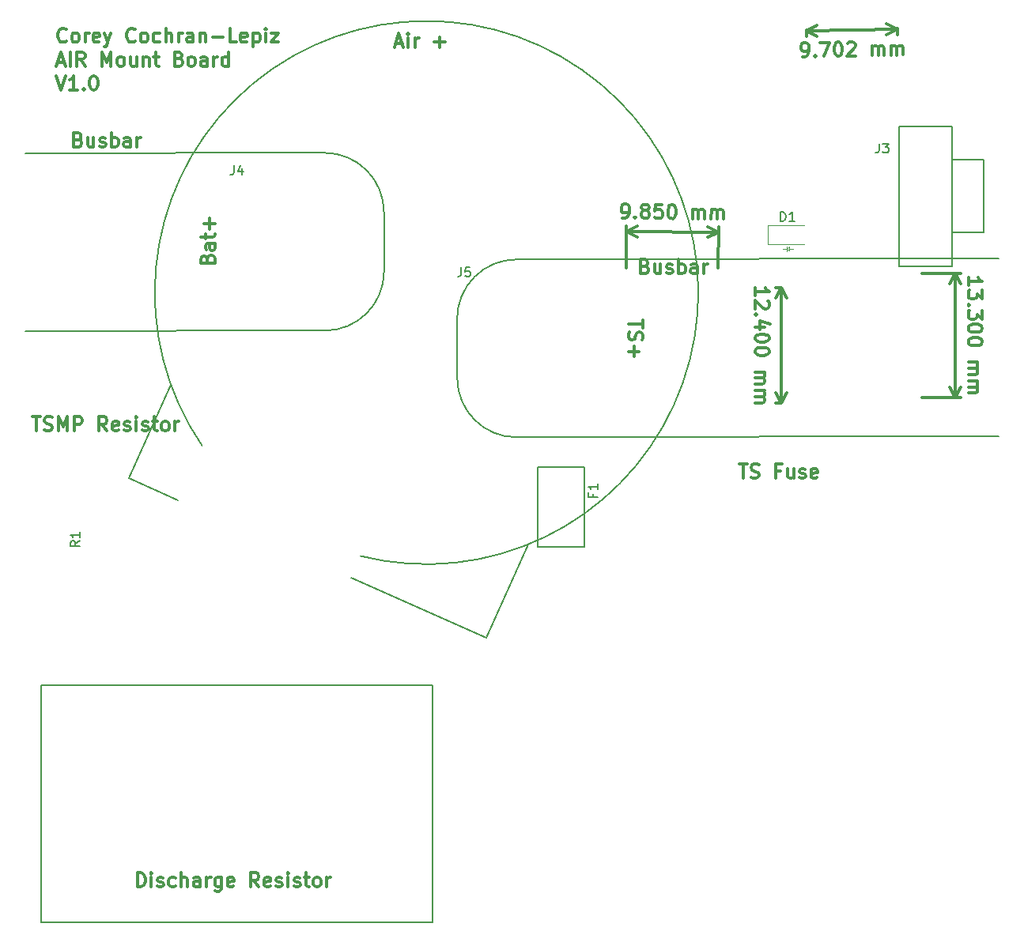
<source format=gto>
G04 #@! TF.GenerationSoftware,KiCad,Pcbnew,5.0.2-bee76a0~70~ubuntu18.04.1*
G04 #@! TF.CreationDate,2019-04-30T11:20:39-04:00*
G04 #@! TF.ProjectId,AIR_Mount_Plus,4149525f-4d6f-4756-9e74-5f506c75732e,rev?*
G04 #@! TF.SameCoordinates,Original*
G04 #@! TF.FileFunction,Legend,Top*
G04 #@! TF.FilePolarity,Positive*
%FSLAX46Y46*%
G04 Gerber Fmt 4.6, Leading zero omitted, Abs format (unit mm)*
G04 Created by KiCad (PCBNEW 5.0.2-bee76a0~70~ubuntu18.04.1) date Tue 30 Apr 2019 11:20:39 AM EDT*
%MOMM*%
%LPD*%
G01*
G04 APERTURE LIST*
%ADD10C,0.300000*%
%ADD11C,0.200000*%
%ADD12C,0.150000*%
%ADD13C,0.100000*%
%ADD14C,0.120000*%
G04 APERTURE END LIST*
D10*
X190149285Y-25975714D02*
X190077857Y-26047142D01*
X189863571Y-26118571D01*
X189720714Y-26118571D01*
X189506428Y-26047142D01*
X189363571Y-25904285D01*
X189292142Y-25761428D01*
X189220714Y-25475714D01*
X189220714Y-25261428D01*
X189292142Y-24975714D01*
X189363571Y-24832857D01*
X189506428Y-24690000D01*
X189720714Y-24618571D01*
X189863571Y-24618571D01*
X190077857Y-24690000D01*
X190149285Y-24761428D01*
X191006428Y-26118571D02*
X190863571Y-26047142D01*
X190792142Y-25975714D01*
X190720714Y-25832857D01*
X190720714Y-25404285D01*
X190792142Y-25261428D01*
X190863571Y-25190000D01*
X191006428Y-25118571D01*
X191220714Y-25118571D01*
X191363571Y-25190000D01*
X191435000Y-25261428D01*
X191506428Y-25404285D01*
X191506428Y-25832857D01*
X191435000Y-25975714D01*
X191363571Y-26047142D01*
X191220714Y-26118571D01*
X191006428Y-26118571D01*
X192149285Y-26118571D02*
X192149285Y-25118571D01*
X192149285Y-25404285D02*
X192220714Y-25261428D01*
X192292142Y-25190000D01*
X192435000Y-25118571D01*
X192577857Y-25118571D01*
X193649285Y-26047142D02*
X193506428Y-26118571D01*
X193220714Y-26118571D01*
X193077857Y-26047142D01*
X193006428Y-25904285D01*
X193006428Y-25332857D01*
X193077857Y-25190000D01*
X193220714Y-25118571D01*
X193506428Y-25118571D01*
X193649285Y-25190000D01*
X193720714Y-25332857D01*
X193720714Y-25475714D01*
X193006428Y-25618571D01*
X194220714Y-25118571D02*
X194577857Y-26118571D01*
X194935000Y-25118571D02*
X194577857Y-26118571D01*
X194435000Y-26475714D01*
X194363571Y-26547142D01*
X194220714Y-26618571D01*
X197506428Y-25975714D02*
X197435000Y-26047142D01*
X197220714Y-26118571D01*
X197077857Y-26118571D01*
X196863571Y-26047142D01*
X196720714Y-25904285D01*
X196649285Y-25761428D01*
X196577857Y-25475714D01*
X196577857Y-25261428D01*
X196649285Y-24975714D01*
X196720714Y-24832857D01*
X196863571Y-24690000D01*
X197077857Y-24618571D01*
X197220714Y-24618571D01*
X197435000Y-24690000D01*
X197506428Y-24761428D01*
X198363571Y-26118571D02*
X198220714Y-26047142D01*
X198149285Y-25975714D01*
X198077857Y-25832857D01*
X198077857Y-25404285D01*
X198149285Y-25261428D01*
X198220714Y-25190000D01*
X198363571Y-25118571D01*
X198577857Y-25118571D01*
X198720714Y-25190000D01*
X198792142Y-25261428D01*
X198863571Y-25404285D01*
X198863571Y-25832857D01*
X198792142Y-25975714D01*
X198720714Y-26047142D01*
X198577857Y-26118571D01*
X198363571Y-26118571D01*
X200149285Y-26047142D02*
X200006428Y-26118571D01*
X199720714Y-26118571D01*
X199577857Y-26047142D01*
X199506428Y-25975714D01*
X199435000Y-25832857D01*
X199435000Y-25404285D01*
X199506428Y-25261428D01*
X199577857Y-25190000D01*
X199720714Y-25118571D01*
X200006428Y-25118571D01*
X200149285Y-25190000D01*
X200792142Y-26118571D02*
X200792142Y-24618571D01*
X201435000Y-26118571D02*
X201435000Y-25332857D01*
X201363571Y-25190000D01*
X201220714Y-25118571D01*
X201006428Y-25118571D01*
X200863571Y-25190000D01*
X200792142Y-25261428D01*
X202149285Y-26118571D02*
X202149285Y-25118571D01*
X202149285Y-25404285D02*
X202220714Y-25261428D01*
X202292142Y-25190000D01*
X202435000Y-25118571D01*
X202577857Y-25118571D01*
X203720714Y-26118571D02*
X203720714Y-25332857D01*
X203649285Y-25190000D01*
X203506428Y-25118571D01*
X203220714Y-25118571D01*
X203077857Y-25190000D01*
X203720714Y-26047142D02*
X203577857Y-26118571D01*
X203220714Y-26118571D01*
X203077857Y-26047142D01*
X203006428Y-25904285D01*
X203006428Y-25761428D01*
X203077857Y-25618571D01*
X203220714Y-25547142D01*
X203577857Y-25547142D01*
X203720714Y-25475714D01*
X204435000Y-25118571D02*
X204435000Y-26118571D01*
X204435000Y-25261428D02*
X204506428Y-25190000D01*
X204649285Y-25118571D01*
X204863571Y-25118571D01*
X205006428Y-25190000D01*
X205077857Y-25332857D01*
X205077857Y-26118571D01*
X205792142Y-25547142D02*
X206935000Y-25547142D01*
X208363571Y-26118571D02*
X207649285Y-26118571D01*
X207649285Y-24618571D01*
X209435000Y-26047142D02*
X209292142Y-26118571D01*
X209006428Y-26118571D01*
X208863571Y-26047142D01*
X208792142Y-25904285D01*
X208792142Y-25332857D01*
X208863571Y-25190000D01*
X209006428Y-25118571D01*
X209292142Y-25118571D01*
X209435000Y-25190000D01*
X209506428Y-25332857D01*
X209506428Y-25475714D01*
X208792142Y-25618571D01*
X210149285Y-25118571D02*
X210149285Y-26618571D01*
X210149285Y-25190000D02*
X210292142Y-25118571D01*
X210577857Y-25118571D01*
X210720714Y-25190000D01*
X210792142Y-25261428D01*
X210863571Y-25404285D01*
X210863571Y-25832857D01*
X210792142Y-25975714D01*
X210720714Y-26047142D01*
X210577857Y-26118571D01*
X210292142Y-26118571D01*
X210149285Y-26047142D01*
X211506428Y-26118571D02*
X211506428Y-25118571D01*
X211506428Y-24618571D02*
X211435000Y-24690000D01*
X211506428Y-24761428D01*
X211577857Y-24690000D01*
X211506428Y-24618571D01*
X211506428Y-24761428D01*
X212077857Y-25118571D02*
X212863571Y-25118571D01*
X212077857Y-26118571D01*
X212863571Y-26118571D01*
X189220714Y-28240000D02*
X189935000Y-28240000D01*
X189077857Y-28668571D02*
X189577857Y-27168571D01*
X190077857Y-28668571D01*
X190577857Y-28668571D02*
X190577857Y-27168571D01*
X192149285Y-28668571D02*
X191649285Y-27954285D01*
X191292142Y-28668571D02*
X191292142Y-27168571D01*
X191863571Y-27168571D01*
X192006428Y-27240000D01*
X192077857Y-27311428D01*
X192149285Y-27454285D01*
X192149285Y-27668571D01*
X192077857Y-27811428D01*
X192006428Y-27882857D01*
X191863571Y-27954285D01*
X191292142Y-27954285D01*
X193935000Y-28668571D02*
X193935000Y-27168571D01*
X194435000Y-28240000D01*
X194935000Y-27168571D01*
X194935000Y-28668571D01*
X195863571Y-28668571D02*
X195720714Y-28597142D01*
X195649285Y-28525714D01*
X195577857Y-28382857D01*
X195577857Y-27954285D01*
X195649285Y-27811428D01*
X195720714Y-27740000D01*
X195863571Y-27668571D01*
X196077857Y-27668571D01*
X196220714Y-27740000D01*
X196292142Y-27811428D01*
X196363571Y-27954285D01*
X196363571Y-28382857D01*
X196292142Y-28525714D01*
X196220714Y-28597142D01*
X196077857Y-28668571D01*
X195863571Y-28668571D01*
X197649285Y-27668571D02*
X197649285Y-28668571D01*
X197006428Y-27668571D02*
X197006428Y-28454285D01*
X197077857Y-28597142D01*
X197220714Y-28668571D01*
X197435000Y-28668571D01*
X197577857Y-28597142D01*
X197649285Y-28525714D01*
X198363571Y-27668571D02*
X198363571Y-28668571D01*
X198363571Y-27811428D02*
X198435000Y-27740000D01*
X198577857Y-27668571D01*
X198792142Y-27668571D01*
X198935000Y-27740000D01*
X199006428Y-27882857D01*
X199006428Y-28668571D01*
X199506428Y-27668571D02*
X200077857Y-27668571D01*
X199720714Y-27168571D02*
X199720714Y-28454285D01*
X199792142Y-28597142D01*
X199935000Y-28668571D01*
X200077857Y-28668571D01*
X202220714Y-27882857D02*
X202435000Y-27954285D01*
X202506428Y-28025714D01*
X202577857Y-28168571D01*
X202577857Y-28382857D01*
X202506428Y-28525714D01*
X202435000Y-28597142D01*
X202292142Y-28668571D01*
X201720714Y-28668571D01*
X201720714Y-27168571D01*
X202220714Y-27168571D01*
X202363571Y-27240000D01*
X202435000Y-27311428D01*
X202506428Y-27454285D01*
X202506428Y-27597142D01*
X202435000Y-27740000D01*
X202363571Y-27811428D01*
X202220714Y-27882857D01*
X201720714Y-27882857D01*
X203435000Y-28668571D02*
X203292142Y-28597142D01*
X203220714Y-28525714D01*
X203149285Y-28382857D01*
X203149285Y-27954285D01*
X203220714Y-27811428D01*
X203292142Y-27740000D01*
X203435000Y-27668571D01*
X203649285Y-27668571D01*
X203792142Y-27740000D01*
X203863571Y-27811428D01*
X203935000Y-27954285D01*
X203935000Y-28382857D01*
X203863571Y-28525714D01*
X203792142Y-28597142D01*
X203649285Y-28668571D01*
X203435000Y-28668571D01*
X205220714Y-28668571D02*
X205220714Y-27882857D01*
X205149285Y-27740000D01*
X205006428Y-27668571D01*
X204720714Y-27668571D01*
X204577857Y-27740000D01*
X205220714Y-28597142D02*
X205077857Y-28668571D01*
X204720714Y-28668571D01*
X204577857Y-28597142D01*
X204506428Y-28454285D01*
X204506428Y-28311428D01*
X204577857Y-28168571D01*
X204720714Y-28097142D01*
X205077857Y-28097142D01*
X205220714Y-28025714D01*
X205935000Y-28668571D02*
X205935000Y-27668571D01*
X205935000Y-27954285D02*
X206006428Y-27811428D01*
X206077857Y-27740000D01*
X206220714Y-27668571D01*
X206363571Y-27668571D01*
X207506428Y-28668571D02*
X207506428Y-27168571D01*
X207506428Y-28597142D02*
X207363571Y-28668571D01*
X207077857Y-28668571D01*
X206935000Y-28597142D01*
X206863571Y-28525714D01*
X206792142Y-28382857D01*
X206792142Y-27954285D01*
X206863571Y-27811428D01*
X206935000Y-27740000D01*
X207077857Y-27668571D01*
X207363571Y-27668571D01*
X207506428Y-27740000D01*
X189077857Y-29718571D02*
X189577857Y-31218571D01*
X190077857Y-29718571D01*
X191363571Y-31218571D02*
X190506428Y-31218571D01*
X190935000Y-31218571D02*
X190935000Y-29718571D01*
X190792142Y-29932857D01*
X190649285Y-30075714D01*
X190506428Y-30147142D01*
X192006428Y-31075714D02*
X192077857Y-31147142D01*
X192006428Y-31218571D01*
X191935000Y-31147142D01*
X192006428Y-31075714D01*
X192006428Y-31218571D01*
X193006428Y-29718571D02*
X193149285Y-29718571D01*
X193292142Y-29790000D01*
X193363571Y-29861428D01*
X193435000Y-30004285D01*
X193506428Y-30290000D01*
X193506428Y-30647142D01*
X193435000Y-30932857D01*
X193363571Y-31075714D01*
X193292142Y-31147142D01*
X193149285Y-31218571D01*
X193006428Y-31218571D01*
X192863571Y-31147142D01*
X192792142Y-31075714D01*
X192720714Y-30932857D01*
X192649285Y-30647142D01*
X192649285Y-30290000D01*
X192720714Y-30004285D01*
X192792142Y-29861428D01*
X192863571Y-29790000D01*
X193006428Y-29718571D01*
X262164285Y-71328571D02*
X263021428Y-71328571D01*
X262592857Y-72828571D02*
X262592857Y-71328571D01*
X263450000Y-72757142D02*
X263664285Y-72828571D01*
X264021428Y-72828571D01*
X264164285Y-72757142D01*
X264235714Y-72685714D01*
X264307142Y-72542857D01*
X264307142Y-72400000D01*
X264235714Y-72257142D01*
X264164285Y-72185714D01*
X264021428Y-72114285D01*
X263735714Y-72042857D01*
X263592857Y-71971428D01*
X263521428Y-71900000D01*
X263450000Y-71757142D01*
X263450000Y-71614285D01*
X263521428Y-71471428D01*
X263592857Y-71400000D01*
X263735714Y-71328571D01*
X264092857Y-71328571D01*
X264307142Y-71400000D01*
X266592857Y-72042857D02*
X266092857Y-72042857D01*
X266092857Y-72828571D02*
X266092857Y-71328571D01*
X266807142Y-71328571D01*
X268021428Y-71828571D02*
X268021428Y-72828571D01*
X267378571Y-71828571D02*
X267378571Y-72614285D01*
X267450000Y-72757142D01*
X267592857Y-72828571D01*
X267807142Y-72828571D01*
X267950000Y-72757142D01*
X268021428Y-72685714D01*
X268664285Y-72757142D02*
X268807142Y-72828571D01*
X269092857Y-72828571D01*
X269235714Y-72757142D01*
X269307142Y-72614285D01*
X269307142Y-72542857D01*
X269235714Y-72400000D01*
X269092857Y-72328571D01*
X268878571Y-72328571D01*
X268735714Y-72257142D01*
X268664285Y-72114285D01*
X268664285Y-72042857D01*
X268735714Y-71900000D01*
X268878571Y-71828571D01*
X269092857Y-71828571D01*
X269235714Y-71900000D01*
X270521428Y-72757142D02*
X270378571Y-72828571D01*
X270092857Y-72828571D01*
X269950000Y-72757142D01*
X269878571Y-72614285D01*
X269878571Y-72042857D01*
X269950000Y-71900000D01*
X270092857Y-71828571D01*
X270378571Y-71828571D01*
X270521428Y-71900000D01*
X270592857Y-72042857D01*
X270592857Y-72185714D01*
X269878571Y-72328571D01*
X186492857Y-66253571D02*
X187350000Y-66253571D01*
X186921428Y-67753571D02*
X186921428Y-66253571D01*
X187778571Y-67682142D02*
X187992857Y-67753571D01*
X188350000Y-67753571D01*
X188492857Y-67682142D01*
X188564285Y-67610714D01*
X188635714Y-67467857D01*
X188635714Y-67325000D01*
X188564285Y-67182142D01*
X188492857Y-67110714D01*
X188350000Y-67039285D01*
X188064285Y-66967857D01*
X187921428Y-66896428D01*
X187850000Y-66825000D01*
X187778571Y-66682142D01*
X187778571Y-66539285D01*
X187850000Y-66396428D01*
X187921428Y-66325000D01*
X188064285Y-66253571D01*
X188421428Y-66253571D01*
X188635714Y-66325000D01*
X189278571Y-67753571D02*
X189278571Y-66253571D01*
X189778571Y-67325000D01*
X190278571Y-66253571D01*
X190278571Y-67753571D01*
X190992857Y-67753571D02*
X190992857Y-66253571D01*
X191564285Y-66253571D01*
X191707142Y-66325000D01*
X191778571Y-66396428D01*
X191850000Y-66539285D01*
X191850000Y-66753571D01*
X191778571Y-66896428D01*
X191707142Y-66967857D01*
X191564285Y-67039285D01*
X190992857Y-67039285D01*
X194492857Y-67753571D02*
X193992857Y-67039285D01*
X193635714Y-67753571D02*
X193635714Y-66253571D01*
X194207142Y-66253571D01*
X194350000Y-66325000D01*
X194421428Y-66396428D01*
X194492857Y-66539285D01*
X194492857Y-66753571D01*
X194421428Y-66896428D01*
X194350000Y-66967857D01*
X194207142Y-67039285D01*
X193635714Y-67039285D01*
X195707142Y-67682142D02*
X195564285Y-67753571D01*
X195278571Y-67753571D01*
X195135714Y-67682142D01*
X195064285Y-67539285D01*
X195064285Y-66967857D01*
X195135714Y-66825000D01*
X195278571Y-66753571D01*
X195564285Y-66753571D01*
X195707142Y-66825000D01*
X195778571Y-66967857D01*
X195778571Y-67110714D01*
X195064285Y-67253571D01*
X196350000Y-67682142D02*
X196492857Y-67753571D01*
X196778571Y-67753571D01*
X196921428Y-67682142D01*
X196992857Y-67539285D01*
X196992857Y-67467857D01*
X196921428Y-67325000D01*
X196778571Y-67253571D01*
X196564285Y-67253571D01*
X196421428Y-67182142D01*
X196350000Y-67039285D01*
X196350000Y-66967857D01*
X196421428Y-66825000D01*
X196564285Y-66753571D01*
X196778571Y-66753571D01*
X196921428Y-66825000D01*
X197635714Y-67753571D02*
X197635714Y-66753571D01*
X197635714Y-66253571D02*
X197564285Y-66325000D01*
X197635714Y-66396428D01*
X197707142Y-66325000D01*
X197635714Y-66253571D01*
X197635714Y-66396428D01*
X198278571Y-67682142D02*
X198421428Y-67753571D01*
X198707142Y-67753571D01*
X198850000Y-67682142D01*
X198921428Y-67539285D01*
X198921428Y-67467857D01*
X198850000Y-67325000D01*
X198707142Y-67253571D01*
X198492857Y-67253571D01*
X198350000Y-67182142D01*
X198278571Y-67039285D01*
X198278571Y-66967857D01*
X198350000Y-66825000D01*
X198492857Y-66753571D01*
X198707142Y-66753571D01*
X198850000Y-66825000D01*
X199350000Y-66753571D02*
X199921428Y-66753571D01*
X199564285Y-66253571D02*
X199564285Y-67539285D01*
X199635714Y-67682142D01*
X199778571Y-67753571D01*
X199921428Y-67753571D01*
X200635714Y-67753571D02*
X200492857Y-67682142D01*
X200421428Y-67610714D01*
X200350000Y-67467857D01*
X200350000Y-67039285D01*
X200421428Y-66896428D01*
X200492857Y-66825000D01*
X200635714Y-66753571D01*
X200850000Y-66753571D01*
X200992857Y-66825000D01*
X201064285Y-66896428D01*
X201135714Y-67039285D01*
X201135714Y-67467857D01*
X201064285Y-67610714D01*
X200992857Y-67682142D01*
X200850000Y-67753571D01*
X200635714Y-67753571D01*
X201778571Y-67753571D02*
X201778571Y-66753571D01*
X201778571Y-67039285D02*
X201850000Y-66896428D01*
X201921428Y-66825000D01*
X202064285Y-66753571D01*
X202207142Y-66753571D01*
X197750000Y-116603571D02*
X197750000Y-115103571D01*
X198107142Y-115103571D01*
X198321428Y-115175000D01*
X198464285Y-115317857D01*
X198535714Y-115460714D01*
X198607142Y-115746428D01*
X198607142Y-115960714D01*
X198535714Y-116246428D01*
X198464285Y-116389285D01*
X198321428Y-116532142D01*
X198107142Y-116603571D01*
X197750000Y-116603571D01*
X199250000Y-116603571D02*
X199250000Y-115603571D01*
X199250000Y-115103571D02*
X199178571Y-115175000D01*
X199250000Y-115246428D01*
X199321428Y-115175000D01*
X199250000Y-115103571D01*
X199250000Y-115246428D01*
X199892857Y-116532142D02*
X200035714Y-116603571D01*
X200321428Y-116603571D01*
X200464285Y-116532142D01*
X200535714Y-116389285D01*
X200535714Y-116317857D01*
X200464285Y-116175000D01*
X200321428Y-116103571D01*
X200107142Y-116103571D01*
X199964285Y-116032142D01*
X199892857Y-115889285D01*
X199892857Y-115817857D01*
X199964285Y-115675000D01*
X200107142Y-115603571D01*
X200321428Y-115603571D01*
X200464285Y-115675000D01*
X201821428Y-116532142D02*
X201678571Y-116603571D01*
X201392857Y-116603571D01*
X201250000Y-116532142D01*
X201178571Y-116460714D01*
X201107142Y-116317857D01*
X201107142Y-115889285D01*
X201178571Y-115746428D01*
X201250000Y-115675000D01*
X201392857Y-115603571D01*
X201678571Y-115603571D01*
X201821428Y-115675000D01*
X202464285Y-116603571D02*
X202464285Y-115103571D01*
X203107142Y-116603571D02*
X203107142Y-115817857D01*
X203035714Y-115675000D01*
X202892857Y-115603571D01*
X202678571Y-115603571D01*
X202535714Y-115675000D01*
X202464285Y-115746428D01*
X204464285Y-116603571D02*
X204464285Y-115817857D01*
X204392857Y-115675000D01*
X204250000Y-115603571D01*
X203964285Y-115603571D01*
X203821428Y-115675000D01*
X204464285Y-116532142D02*
X204321428Y-116603571D01*
X203964285Y-116603571D01*
X203821428Y-116532142D01*
X203750000Y-116389285D01*
X203750000Y-116246428D01*
X203821428Y-116103571D01*
X203964285Y-116032142D01*
X204321428Y-116032142D01*
X204464285Y-115960714D01*
X205178571Y-116603571D02*
X205178571Y-115603571D01*
X205178571Y-115889285D02*
X205250000Y-115746428D01*
X205321428Y-115675000D01*
X205464285Y-115603571D01*
X205607142Y-115603571D01*
X206750000Y-115603571D02*
X206750000Y-116817857D01*
X206678571Y-116960714D01*
X206607142Y-117032142D01*
X206464285Y-117103571D01*
X206250000Y-117103571D01*
X206107142Y-117032142D01*
X206750000Y-116532142D02*
X206607142Y-116603571D01*
X206321428Y-116603571D01*
X206178571Y-116532142D01*
X206107142Y-116460714D01*
X206035714Y-116317857D01*
X206035714Y-115889285D01*
X206107142Y-115746428D01*
X206178571Y-115675000D01*
X206321428Y-115603571D01*
X206607142Y-115603571D01*
X206750000Y-115675000D01*
X208035714Y-116532142D02*
X207892857Y-116603571D01*
X207607142Y-116603571D01*
X207464285Y-116532142D01*
X207392857Y-116389285D01*
X207392857Y-115817857D01*
X207464285Y-115675000D01*
X207607142Y-115603571D01*
X207892857Y-115603571D01*
X208035714Y-115675000D01*
X208107142Y-115817857D01*
X208107142Y-115960714D01*
X207392857Y-116103571D01*
X210750000Y-116603571D02*
X210250000Y-115889285D01*
X209892857Y-116603571D02*
X209892857Y-115103571D01*
X210464285Y-115103571D01*
X210607142Y-115175000D01*
X210678571Y-115246428D01*
X210750000Y-115389285D01*
X210750000Y-115603571D01*
X210678571Y-115746428D01*
X210607142Y-115817857D01*
X210464285Y-115889285D01*
X209892857Y-115889285D01*
X211964285Y-116532142D02*
X211821428Y-116603571D01*
X211535714Y-116603571D01*
X211392857Y-116532142D01*
X211321428Y-116389285D01*
X211321428Y-115817857D01*
X211392857Y-115675000D01*
X211535714Y-115603571D01*
X211821428Y-115603571D01*
X211964285Y-115675000D01*
X212035714Y-115817857D01*
X212035714Y-115960714D01*
X211321428Y-116103571D01*
X212607142Y-116532142D02*
X212750000Y-116603571D01*
X213035714Y-116603571D01*
X213178571Y-116532142D01*
X213250000Y-116389285D01*
X213250000Y-116317857D01*
X213178571Y-116175000D01*
X213035714Y-116103571D01*
X212821428Y-116103571D01*
X212678571Y-116032142D01*
X212607142Y-115889285D01*
X212607142Y-115817857D01*
X212678571Y-115675000D01*
X212821428Y-115603571D01*
X213035714Y-115603571D01*
X213178571Y-115675000D01*
X213892857Y-116603571D02*
X213892857Y-115603571D01*
X213892857Y-115103571D02*
X213821428Y-115175000D01*
X213892857Y-115246428D01*
X213964285Y-115175000D01*
X213892857Y-115103571D01*
X213892857Y-115246428D01*
X214535714Y-116532142D02*
X214678571Y-116603571D01*
X214964285Y-116603571D01*
X215107142Y-116532142D01*
X215178571Y-116389285D01*
X215178571Y-116317857D01*
X215107142Y-116175000D01*
X214964285Y-116103571D01*
X214750000Y-116103571D01*
X214607142Y-116032142D01*
X214535714Y-115889285D01*
X214535714Y-115817857D01*
X214607142Y-115675000D01*
X214750000Y-115603571D01*
X214964285Y-115603571D01*
X215107142Y-115675000D01*
X215607142Y-115603571D02*
X216178571Y-115603571D01*
X215821428Y-115103571D02*
X215821428Y-116389285D01*
X215892857Y-116532142D01*
X216035714Y-116603571D01*
X216178571Y-116603571D01*
X216892857Y-116603571D02*
X216750000Y-116532142D01*
X216678571Y-116460714D01*
X216607142Y-116317857D01*
X216607142Y-115889285D01*
X216678571Y-115746428D01*
X216750000Y-115675000D01*
X216892857Y-115603571D01*
X217107142Y-115603571D01*
X217250000Y-115675000D01*
X217321428Y-115746428D01*
X217392857Y-115889285D01*
X217392857Y-116317857D01*
X217321428Y-116460714D01*
X217250000Y-116532142D01*
X217107142Y-116603571D01*
X216892857Y-116603571D01*
X218035714Y-116603571D02*
X218035714Y-115603571D01*
X218035714Y-115889285D02*
X218107142Y-115746428D01*
X218178571Y-115675000D01*
X218321428Y-115603571D01*
X218464285Y-115603571D01*
X251846428Y-55878571D02*
X251846428Y-56735714D01*
X250346428Y-56307142D02*
X251846428Y-56307142D01*
X250417857Y-57164285D02*
X250346428Y-57378571D01*
X250346428Y-57735714D01*
X250417857Y-57878571D01*
X250489285Y-57950000D01*
X250632142Y-58021428D01*
X250775000Y-58021428D01*
X250917857Y-57950000D01*
X250989285Y-57878571D01*
X251060714Y-57735714D01*
X251132142Y-57450000D01*
X251203571Y-57307142D01*
X251275000Y-57235714D01*
X251417857Y-57164285D01*
X251560714Y-57164285D01*
X251703571Y-57235714D01*
X251775000Y-57307142D01*
X251846428Y-57450000D01*
X251846428Y-57807142D01*
X251775000Y-58021428D01*
X250917857Y-58664285D02*
X250917857Y-59807142D01*
X250346428Y-59235714D02*
X251489285Y-59235714D01*
X205242857Y-49328571D02*
X205314285Y-49114285D01*
X205385714Y-49042857D01*
X205528571Y-48971428D01*
X205742857Y-48971428D01*
X205885714Y-49042857D01*
X205957142Y-49114285D01*
X206028571Y-49257142D01*
X206028571Y-49828571D01*
X204528571Y-49828571D01*
X204528571Y-49328571D01*
X204600000Y-49185714D01*
X204671428Y-49114285D01*
X204814285Y-49042857D01*
X204957142Y-49042857D01*
X205100000Y-49114285D01*
X205171428Y-49185714D01*
X205242857Y-49328571D01*
X205242857Y-49828571D01*
X206028571Y-47685714D02*
X205242857Y-47685714D01*
X205100000Y-47757142D01*
X205028571Y-47900000D01*
X205028571Y-48185714D01*
X205100000Y-48328571D01*
X205957142Y-47685714D02*
X206028571Y-47828571D01*
X206028571Y-48185714D01*
X205957142Y-48328571D01*
X205814285Y-48400000D01*
X205671428Y-48400000D01*
X205528571Y-48328571D01*
X205457142Y-48185714D01*
X205457142Y-47828571D01*
X205385714Y-47685714D01*
X205028571Y-47185714D02*
X205028571Y-46614285D01*
X204528571Y-46971428D02*
X205814285Y-46971428D01*
X205957142Y-46900000D01*
X206028571Y-46757142D01*
X206028571Y-46614285D01*
X205457142Y-46114285D02*
X205457142Y-44971428D01*
X206028571Y-45542857D02*
X204885714Y-45542857D01*
X225396428Y-26250000D02*
X226110714Y-26250000D01*
X225253571Y-26678571D02*
X225753571Y-25178571D01*
X226253571Y-26678571D01*
X226753571Y-26678571D02*
X226753571Y-25678571D01*
X226753571Y-25178571D02*
X226682142Y-25250000D01*
X226753571Y-25321428D01*
X226825000Y-25250000D01*
X226753571Y-25178571D01*
X226753571Y-25321428D01*
X227467857Y-26678571D02*
X227467857Y-25678571D01*
X227467857Y-25964285D02*
X227539285Y-25821428D01*
X227610714Y-25750000D01*
X227753571Y-25678571D01*
X227896428Y-25678571D01*
X229539285Y-26107142D02*
X230682142Y-26107142D01*
X230110714Y-26678571D02*
X230110714Y-25535714D01*
X252125000Y-50117857D02*
X252339285Y-50189285D01*
X252410714Y-50260714D01*
X252482142Y-50403571D01*
X252482142Y-50617857D01*
X252410714Y-50760714D01*
X252339285Y-50832142D01*
X252196428Y-50903571D01*
X251625000Y-50903571D01*
X251625000Y-49403571D01*
X252125000Y-49403571D01*
X252267857Y-49475000D01*
X252339285Y-49546428D01*
X252410714Y-49689285D01*
X252410714Y-49832142D01*
X252339285Y-49975000D01*
X252267857Y-50046428D01*
X252125000Y-50117857D01*
X251625000Y-50117857D01*
X253767857Y-49903571D02*
X253767857Y-50903571D01*
X253125000Y-49903571D02*
X253125000Y-50689285D01*
X253196428Y-50832142D01*
X253339285Y-50903571D01*
X253553571Y-50903571D01*
X253696428Y-50832142D01*
X253767857Y-50760714D01*
X254410714Y-50832142D02*
X254553571Y-50903571D01*
X254839285Y-50903571D01*
X254982142Y-50832142D01*
X255053571Y-50689285D01*
X255053571Y-50617857D01*
X254982142Y-50475000D01*
X254839285Y-50403571D01*
X254625000Y-50403571D01*
X254482142Y-50332142D01*
X254410714Y-50189285D01*
X254410714Y-50117857D01*
X254482142Y-49975000D01*
X254625000Y-49903571D01*
X254839285Y-49903571D01*
X254982142Y-49975000D01*
X255696428Y-50903571D02*
X255696428Y-49403571D01*
X255696428Y-49975000D02*
X255839285Y-49903571D01*
X256125000Y-49903571D01*
X256267857Y-49975000D01*
X256339285Y-50046428D01*
X256410714Y-50189285D01*
X256410714Y-50617857D01*
X256339285Y-50760714D01*
X256267857Y-50832142D01*
X256125000Y-50903571D01*
X255839285Y-50903571D01*
X255696428Y-50832142D01*
X257696428Y-50903571D02*
X257696428Y-50117857D01*
X257625000Y-49975000D01*
X257482142Y-49903571D01*
X257196428Y-49903571D01*
X257053571Y-49975000D01*
X257696428Y-50832142D02*
X257553571Y-50903571D01*
X257196428Y-50903571D01*
X257053571Y-50832142D01*
X256982142Y-50689285D01*
X256982142Y-50546428D01*
X257053571Y-50403571D01*
X257196428Y-50332142D01*
X257553571Y-50332142D01*
X257696428Y-50260714D01*
X258410714Y-50903571D02*
X258410714Y-49903571D01*
X258410714Y-50189285D02*
X258482142Y-50046428D01*
X258553571Y-49975000D01*
X258696428Y-49903571D01*
X258839285Y-49903571D01*
X191425000Y-36542857D02*
X191639285Y-36614285D01*
X191710714Y-36685714D01*
X191782142Y-36828571D01*
X191782142Y-37042857D01*
X191710714Y-37185714D01*
X191639285Y-37257142D01*
X191496428Y-37328571D01*
X190925000Y-37328571D01*
X190925000Y-35828571D01*
X191425000Y-35828571D01*
X191567857Y-35900000D01*
X191639285Y-35971428D01*
X191710714Y-36114285D01*
X191710714Y-36257142D01*
X191639285Y-36400000D01*
X191567857Y-36471428D01*
X191425000Y-36542857D01*
X190925000Y-36542857D01*
X193067857Y-36328571D02*
X193067857Y-37328571D01*
X192425000Y-36328571D02*
X192425000Y-37114285D01*
X192496428Y-37257142D01*
X192639285Y-37328571D01*
X192853571Y-37328571D01*
X192996428Y-37257142D01*
X193067857Y-37185714D01*
X193710714Y-37257142D02*
X193853571Y-37328571D01*
X194139285Y-37328571D01*
X194282142Y-37257142D01*
X194353571Y-37114285D01*
X194353571Y-37042857D01*
X194282142Y-36900000D01*
X194139285Y-36828571D01*
X193925000Y-36828571D01*
X193782142Y-36757142D01*
X193710714Y-36614285D01*
X193710714Y-36542857D01*
X193782142Y-36400000D01*
X193925000Y-36328571D01*
X194139285Y-36328571D01*
X194282142Y-36400000D01*
X194996428Y-37328571D02*
X194996428Y-35828571D01*
X194996428Y-36400000D02*
X195139285Y-36328571D01*
X195425000Y-36328571D01*
X195567857Y-36400000D01*
X195639285Y-36471428D01*
X195710714Y-36614285D01*
X195710714Y-37042857D01*
X195639285Y-37185714D01*
X195567857Y-37257142D01*
X195425000Y-37328571D01*
X195139285Y-37328571D01*
X194996428Y-37257142D01*
X196996428Y-37328571D02*
X196996428Y-36542857D01*
X196925000Y-36400000D01*
X196782142Y-36328571D01*
X196496428Y-36328571D01*
X196353571Y-36400000D01*
X196996428Y-37257142D02*
X196853571Y-37328571D01*
X196496428Y-37328571D01*
X196353571Y-37257142D01*
X196282142Y-37114285D01*
X196282142Y-36971428D01*
X196353571Y-36828571D01*
X196496428Y-36757142D01*
X196853571Y-36757142D01*
X196996428Y-36685714D01*
X197710714Y-37328571D02*
X197710714Y-36328571D01*
X197710714Y-36614285D02*
X197782142Y-36471428D01*
X197853571Y-36400000D01*
X197996428Y-36328571D01*
X198139285Y-36328571D01*
X263896428Y-53242857D02*
X263896428Y-52385714D01*
X263896428Y-52814285D02*
X265396428Y-52814285D01*
X265182142Y-52671428D01*
X265039285Y-52528571D01*
X264967857Y-52385714D01*
X265253571Y-53814285D02*
X265325000Y-53885714D01*
X265396428Y-54028571D01*
X265396428Y-54385714D01*
X265325000Y-54528571D01*
X265253571Y-54600000D01*
X265110714Y-54671428D01*
X264967857Y-54671428D01*
X264753571Y-54600000D01*
X263896428Y-53742857D01*
X263896428Y-54671428D01*
X264039285Y-55314285D02*
X263967857Y-55385714D01*
X263896428Y-55314285D01*
X263967857Y-55242857D01*
X264039285Y-55314285D01*
X263896428Y-55314285D01*
X264896428Y-56671428D02*
X263896428Y-56671428D01*
X265467857Y-56314285D02*
X264396428Y-55957142D01*
X264396428Y-56885714D01*
X265396428Y-57742857D02*
X265396428Y-57885714D01*
X265325000Y-58028571D01*
X265253571Y-58100000D01*
X265110714Y-58171428D01*
X264825000Y-58242857D01*
X264467857Y-58242857D01*
X264182142Y-58171428D01*
X264039285Y-58100000D01*
X263967857Y-58028571D01*
X263896428Y-57885714D01*
X263896428Y-57742857D01*
X263967857Y-57600000D01*
X264039285Y-57528571D01*
X264182142Y-57457142D01*
X264467857Y-57385714D01*
X264825000Y-57385714D01*
X265110714Y-57457142D01*
X265253571Y-57528571D01*
X265325000Y-57600000D01*
X265396428Y-57742857D01*
X265396428Y-59171428D02*
X265396428Y-59314285D01*
X265325000Y-59457142D01*
X265253571Y-59528571D01*
X265110714Y-59600000D01*
X264825000Y-59671428D01*
X264467857Y-59671428D01*
X264182142Y-59600000D01*
X264039285Y-59528571D01*
X263967857Y-59457142D01*
X263896428Y-59314285D01*
X263896428Y-59171428D01*
X263967857Y-59028571D01*
X264039285Y-58957142D01*
X264182142Y-58885714D01*
X264467857Y-58814285D01*
X264825000Y-58814285D01*
X265110714Y-58885714D01*
X265253571Y-58957142D01*
X265325000Y-59028571D01*
X265396428Y-59171428D01*
X263896428Y-61457142D02*
X264896428Y-61457142D01*
X264753571Y-61457142D02*
X264825000Y-61528571D01*
X264896428Y-61671428D01*
X264896428Y-61885714D01*
X264825000Y-62028571D01*
X264682142Y-62100000D01*
X263896428Y-62100000D01*
X264682142Y-62100000D02*
X264825000Y-62171428D01*
X264896428Y-62314285D01*
X264896428Y-62528571D01*
X264825000Y-62671428D01*
X264682142Y-62742857D01*
X263896428Y-62742857D01*
X263896428Y-63457142D02*
X264896428Y-63457142D01*
X264753571Y-63457142D02*
X264825000Y-63528571D01*
X264896428Y-63671428D01*
X264896428Y-63885714D01*
X264825000Y-64028571D01*
X264682142Y-64100000D01*
X263896428Y-64100000D01*
X264682142Y-64100000D02*
X264825000Y-64171428D01*
X264896428Y-64314285D01*
X264896428Y-64528571D01*
X264825000Y-64671428D01*
X264682142Y-64742857D01*
X263896428Y-64742857D01*
X266675000Y-52400000D02*
X266675000Y-64800000D01*
X266675000Y-52400000D02*
X266088579Y-52400000D01*
X266675000Y-64800000D02*
X266088579Y-64800000D01*
X266675000Y-64800000D02*
X266088579Y-63673496D01*
X266675000Y-64800000D02*
X267261421Y-63673496D01*
X266675000Y-52400000D02*
X266088579Y-53526504D01*
X266675000Y-52400000D02*
X267261421Y-53526504D01*
X249694812Y-44976116D02*
X249980523Y-44977566D01*
X250123741Y-44906864D01*
X250195531Y-44835799D01*
X250339474Y-44622241D01*
X250412352Y-44336893D01*
X250415252Y-43765472D01*
X250344550Y-43622254D01*
X250273485Y-43550464D01*
X250130992Y-43478311D01*
X249845282Y-43476860D01*
X249702064Y-43547563D01*
X249630273Y-43618628D01*
X249558121Y-43761121D01*
X249556308Y-44118259D01*
X249627010Y-44261477D01*
X249698075Y-44333267D01*
X249840568Y-44405420D01*
X250126279Y-44406870D01*
X250269497Y-44336168D01*
X250341287Y-44265103D01*
X250413440Y-44122610D01*
X251052663Y-44840150D02*
X251123728Y-44911940D01*
X251051938Y-44983005D01*
X250980872Y-44911215D01*
X251052663Y-44840150D01*
X251051938Y-44983005D01*
X251984848Y-44130587D02*
X251842355Y-44058434D01*
X251771290Y-43986644D01*
X251700588Y-43843426D01*
X251700950Y-43771998D01*
X251773103Y-43629505D01*
X251844893Y-43558440D01*
X251988111Y-43487738D01*
X252273822Y-43489188D01*
X252416314Y-43561341D01*
X252487380Y-43633131D01*
X252558082Y-43776349D01*
X252557719Y-43847777D01*
X252485567Y-43990269D01*
X252413776Y-44061334D01*
X252270559Y-44132037D01*
X251984848Y-44130587D01*
X251841630Y-44201289D01*
X251769840Y-44272354D01*
X251697687Y-44414847D01*
X251696237Y-44700557D01*
X251766939Y-44843775D01*
X251838004Y-44915566D01*
X251980497Y-44987718D01*
X252266208Y-44989169D01*
X252409426Y-44918466D01*
X252481216Y-44847401D01*
X252553369Y-44704908D01*
X252554819Y-44419198D01*
X252484116Y-44275980D01*
X252413051Y-44204190D01*
X252270559Y-44132037D01*
X253916658Y-43497527D02*
X253202381Y-43493902D01*
X253127328Y-44207815D01*
X253199118Y-44136750D01*
X253342336Y-44066048D01*
X253699474Y-44067861D01*
X253841967Y-44140014D01*
X253913032Y-44211804D01*
X253983734Y-44355022D01*
X253981922Y-44712160D01*
X253909769Y-44854653D01*
X253837979Y-44925718D01*
X253694761Y-44996420D01*
X253337622Y-44994607D01*
X253195130Y-44922455D01*
X253124065Y-44850664D01*
X254916645Y-43502603D02*
X255059500Y-43503329D01*
X255201993Y-43575481D01*
X255273058Y-43647272D01*
X255343760Y-43790489D01*
X255413738Y-44076563D01*
X255411925Y-44433701D01*
X255339047Y-44719049D01*
X255266894Y-44861542D01*
X255195104Y-44932607D01*
X255051886Y-45003309D01*
X254909031Y-45002584D01*
X254766538Y-44930431D01*
X254695473Y-44858641D01*
X254624770Y-44715423D01*
X254554793Y-44429350D01*
X254556606Y-44072212D01*
X254629484Y-43786864D01*
X254701637Y-43644371D01*
X254773427Y-43573306D01*
X254916645Y-43502603D01*
X257194716Y-45014186D02*
X257199792Y-44014199D01*
X257199066Y-44157055D02*
X257270857Y-44085990D01*
X257414075Y-44015287D01*
X257628358Y-44016375D01*
X257770850Y-44088528D01*
X257841553Y-44231746D01*
X257837564Y-45017450D01*
X257841553Y-44231746D02*
X257913706Y-44089253D01*
X258056923Y-44018550D01*
X258271206Y-44019638D01*
X258413699Y-44091791D01*
X258484402Y-44235009D01*
X258480413Y-45020713D01*
X259194690Y-45024339D02*
X259199766Y-44024352D01*
X259199041Y-44167207D02*
X259270831Y-44096142D01*
X259414049Y-44025439D01*
X259628332Y-44026527D01*
X259770824Y-44098680D01*
X259841527Y-44241898D01*
X259837539Y-45027602D01*
X259841527Y-44241898D02*
X259913680Y-44099405D01*
X260056898Y-44028702D01*
X260271181Y-44029790D01*
X260413673Y-44101943D01*
X260484376Y-44245161D01*
X260480388Y-45030865D01*
X259969671Y-46449720D02*
X250119671Y-46399720D01*
X259950000Y-50325000D02*
X259972648Y-45863307D01*
X250100000Y-50275000D02*
X250122648Y-45813307D01*
X250119671Y-46399720D02*
X251249137Y-45819025D01*
X250119671Y-46399720D02*
X251243184Y-46991851D01*
X259969671Y-46449720D02*
X258846158Y-45857589D01*
X259969671Y-46449720D02*
X258840205Y-47030415D01*
X268953291Y-27686310D02*
X269238945Y-27680420D01*
X269380299Y-27606062D01*
X269450240Y-27533176D01*
X269588650Y-27315991D01*
X269654173Y-27028865D01*
X269642394Y-26457558D01*
X269568035Y-26316203D01*
X269495150Y-26246262D01*
X269350850Y-26177794D01*
X269065197Y-26183684D01*
X268923842Y-26258042D01*
X268853901Y-26330928D01*
X268785433Y-26475227D01*
X268792795Y-26832294D01*
X268867153Y-26973648D01*
X268940039Y-27043589D01*
X269084338Y-27112058D01*
X269369992Y-27106168D01*
X269511346Y-27031810D01*
X269581287Y-26958924D01*
X269649756Y-26814625D01*
X270307201Y-27515507D02*
X270380087Y-27585448D01*
X270310146Y-27658333D01*
X270237260Y-27588392D01*
X270307201Y-27515507D01*
X270310146Y-27658333D01*
X270850532Y-26146873D02*
X271850319Y-26126258D01*
X271238520Y-27639192D01*
X272707280Y-26108589D02*
X272850107Y-26105644D01*
X272994406Y-26174113D01*
X273067292Y-26244054D01*
X273141650Y-26385408D01*
X273218953Y-26669589D01*
X273226315Y-27026656D01*
X273160792Y-27313782D01*
X273092323Y-27458081D01*
X273022382Y-27530967D01*
X272881028Y-27605326D01*
X272738201Y-27608270D01*
X272593902Y-27539802D01*
X272521016Y-27469861D01*
X272446658Y-27328507D01*
X272369355Y-27044325D01*
X272361992Y-26687259D01*
X272427516Y-26400133D01*
X272495984Y-26255833D01*
X272565925Y-26182947D01*
X272707280Y-26108589D01*
X273781426Y-26229329D02*
X273851367Y-26156444D01*
X273992721Y-26082085D01*
X274349788Y-26074723D01*
X274494087Y-26143192D01*
X274566973Y-26213132D01*
X274641331Y-26354487D01*
X274644276Y-26497314D01*
X274577280Y-26713026D01*
X273737989Y-27587656D01*
X274666363Y-27568515D01*
X276451697Y-27531704D02*
X276431083Y-26531916D01*
X276434028Y-26674743D02*
X276503969Y-26601857D01*
X276645323Y-26527499D01*
X276859564Y-26523081D01*
X277003863Y-26591550D01*
X277078221Y-26732904D01*
X277094418Y-27518452D01*
X277078221Y-26732904D02*
X277146690Y-26588605D01*
X277288044Y-26514247D01*
X277502284Y-26509829D01*
X277646583Y-26578298D01*
X277720942Y-26719652D01*
X277737139Y-27505200D01*
X278451272Y-27490475D02*
X278430658Y-26490688D01*
X278433603Y-26633514D02*
X278503544Y-26560629D01*
X278644899Y-26486270D01*
X278859139Y-26481853D01*
X279003438Y-26550322D01*
X279077796Y-26691676D01*
X279093993Y-27477223D01*
X279077796Y-26691676D02*
X279146265Y-26547377D01*
X279287619Y-26473018D01*
X279501859Y-26468601D01*
X279646158Y-26537070D01*
X279720517Y-26678424D01*
X279736714Y-27463971D01*
X279102018Y-24697896D02*
X269402018Y-24897896D01*
X279100000Y-24600000D02*
X279114107Y-25284192D01*
X269400000Y-24800000D02*
X269414107Y-25484192D01*
X269402018Y-24897896D02*
X270516194Y-24288378D01*
X269402018Y-24897896D02*
X270540371Y-25460970D01*
X279102018Y-24697896D02*
X277963665Y-24134822D01*
X279102018Y-24697896D02*
X277987842Y-25307414D01*
X286721428Y-52192857D02*
X286721428Y-51335714D01*
X286721428Y-51764285D02*
X288221428Y-51764285D01*
X288007142Y-51621428D01*
X287864285Y-51478571D01*
X287792857Y-51335714D01*
X288221428Y-52692857D02*
X288221428Y-53621428D01*
X287650000Y-53121428D01*
X287650000Y-53335714D01*
X287578571Y-53478571D01*
X287507142Y-53550000D01*
X287364285Y-53621428D01*
X287007142Y-53621428D01*
X286864285Y-53550000D01*
X286792857Y-53478571D01*
X286721428Y-53335714D01*
X286721428Y-52907142D01*
X286792857Y-52764285D01*
X286864285Y-52692857D01*
X286864285Y-54264285D02*
X286792857Y-54335714D01*
X286721428Y-54264285D01*
X286792857Y-54192857D01*
X286864285Y-54264285D01*
X286721428Y-54264285D01*
X288221428Y-54835714D02*
X288221428Y-55764285D01*
X287650000Y-55264285D01*
X287650000Y-55478571D01*
X287578571Y-55621428D01*
X287507142Y-55692857D01*
X287364285Y-55764285D01*
X287007142Y-55764285D01*
X286864285Y-55692857D01*
X286792857Y-55621428D01*
X286721428Y-55478571D01*
X286721428Y-55050000D01*
X286792857Y-54907142D01*
X286864285Y-54835714D01*
X288221428Y-56692857D02*
X288221428Y-56835714D01*
X288150000Y-56978571D01*
X288078571Y-57050000D01*
X287935714Y-57121428D01*
X287650000Y-57192857D01*
X287292857Y-57192857D01*
X287007142Y-57121428D01*
X286864285Y-57050000D01*
X286792857Y-56978571D01*
X286721428Y-56835714D01*
X286721428Y-56692857D01*
X286792857Y-56550000D01*
X286864285Y-56478571D01*
X287007142Y-56407142D01*
X287292857Y-56335714D01*
X287650000Y-56335714D01*
X287935714Y-56407142D01*
X288078571Y-56478571D01*
X288150000Y-56550000D01*
X288221428Y-56692857D01*
X288221428Y-58121428D02*
X288221428Y-58264285D01*
X288150000Y-58407142D01*
X288078571Y-58478571D01*
X287935714Y-58550000D01*
X287650000Y-58621428D01*
X287292857Y-58621428D01*
X287007142Y-58550000D01*
X286864285Y-58478571D01*
X286792857Y-58407142D01*
X286721428Y-58264285D01*
X286721428Y-58121428D01*
X286792857Y-57978571D01*
X286864285Y-57907142D01*
X287007142Y-57835714D01*
X287292857Y-57764285D01*
X287650000Y-57764285D01*
X287935714Y-57835714D01*
X288078571Y-57907142D01*
X288150000Y-57978571D01*
X288221428Y-58121428D01*
X286721428Y-60407142D02*
X287721428Y-60407142D01*
X287578571Y-60407142D02*
X287650000Y-60478571D01*
X287721428Y-60621428D01*
X287721428Y-60835714D01*
X287650000Y-60978571D01*
X287507142Y-61050000D01*
X286721428Y-61050000D01*
X287507142Y-61050000D02*
X287650000Y-61121428D01*
X287721428Y-61264285D01*
X287721428Y-61478571D01*
X287650000Y-61621428D01*
X287507142Y-61692857D01*
X286721428Y-61692857D01*
X286721428Y-62407142D02*
X287721428Y-62407142D01*
X287578571Y-62407142D02*
X287650000Y-62478571D01*
X287721428Y-62621428D01*
X287721428Y-62835714D01*
X287650000Y-62978571D01*
X287507142Y-63050000D01*
X286721428Y-63050000D01*
X287507142Y-63050000D02*
X287650000Y-63121428D01*
X287721428Y-63264285D01*
X287721428Y-63478571D01*
X287650000Y-63621428D01*
X287507142Y-63692857D01*
X286721428Y-63692857D01*
X285300000Y-50900000D02*
X285300000Y-64200000D01*
X281800000Y-50900000D02*
X285886421Y-50900000D01*
X281800000Y-64200000D02*
X285886421Y-64200000D01*
X285300000Y-64200000D02*
X284713579Y-63073496D01*
X285300000Y-64200000D02*
X285886421Y-63073496D01*
X285300000Y-50900000D02*
X284713579Y-52026504D01*
X285300000Y-50900000D02*
X285886421Y-52026504D01*
D11*
X204690807Y-69357685D02*
G75*
G02X221651260Y-81162388I24018277J16422003D01*
G01*
X238326585Y-49386155D02*
X289951376Y-49300284D01*
X201339460Y-62808039D02*
X196856921Y-72831884D01*
X289983064Y-68350257D02*
X238358272Y-68436129D01*
X238358272Y-68436130D02*
G75*
G02X231997718Y-62096700I-10562J6349992D01*
G01*
X231987155Y-55746709D02*
G75*
G02X238326585Y-49386155I6349992J10562D01*
G01*
X231997718Y-62096700D02*
X231987156Y-55746709D01*
X187410627Y-95024239D02*
X229320627Y-95024239D01*
X196856921Y-72831884D02*
X202074029Y-75164910D01*
X229320627Y-95024239D02*
X229320627Y-120424239D01*
X229320627Y-120424239D02*
X187410627Y-120424239D01*
X235115713Y-89940739D02*
X239598252Y-79916894D01*
X220623747Y-83460112D02*
X235115713Y-89940739D01*
X224161102Y-50654276D02*
G75*
G02X217821674Y-57014830I-6349991J-10563D01*
G01*
X224161103Y-50654277D02*
X224150540Y-44304285D01*
X217789986Y-37964857D02*
G75*
G02X224150540Y-44304285I10563J-6349991D01*
G01*
X217789986Y-37964857D02*
X185751260Y-38018149D01*
X187410627Y-120424239D02*
X187410627Y-95024239D01*
X185782947Y-57068123D02*
X217821674Y-57014830D01*
D12*
G04 #@! TO.C,F1*
X240578000Y-71652000D02*
X245578000Y-71652000D01*
X240578000Y-80152000D02*
X240578000Y-71652000D01*
X245578000Y-80152000D02*
X240578000Y-80152000D01*
X245578000Y-71652000D02*
X245578000Y-80152000D01*
G04 #@! TO.C,J3*
X285020000Y-46500000D02*
X288330000Y-46500000D01*
X288330000Y-46500000D02*
X288330000Y-38700000D01*
X288330000Y-38700000D02*
X285020000Y-38700000D01*
X285020000Y-35100000D02*
X279298000Y-35100000D01*
X285020000Y-50100000D02*
X279298000Y-50100000D01*
X285020000Y-35100000D02*
X285020000Y-50100000D01*
X279298000Y-35100000D02*
X279298000Y-50100000D01*
D13*
G04 #@! TO.C,D1*
X267562000Y-48236000D02*
X267962000Y-48236000D01*
X267262000Y-48236000D02*
X267562000Y-48036000D01*
X267562000Y-48036000D02*
X267562000Y-48436000D01*
X267562000Y-48436000D02*
X267262000Y-48236000D01*
X266862000Y-48236000D02*
X267262000Y-48236000D01*
X267262000Y-48236000D02*
X267262000Y-47986000D01*
X267262000Y-47986000D02*
X267262000Y-48486000D01*
D14*
X265262000Y-45736000D02*
X265262000Y-47736000D01*
X265262000Y-47736000D02*
X269112000Y-47736000D01*
X265262000Y-45736000D02*
X269112000Y-45736000D01*
G04 #@! TO.C,F1*
D12*
X246506571Y-74485333D02*
X246506571Y-74818666D01*
X247030380Y-74818666D02*
X246030380Y-74818666D01*
X246030380Y-74342476D01*
X247030380Y-73437714D02*
X247030380Y-74009142D01*
X247030380Y-73723428D02*
X246030380Y-73723428D01*
X246173238Y-73818666D01*
X246268476Y-73913904D01*
X246316095Y-74009142D01*
G04 #@! TO.C,J3*
X277186666Y-36972380D02*
X277186666Y-37686666D01*
X277139047Y-37829523D01*
X277043809Y-37924761D01*
X276900952Y-37972380D01*
X276805714Y-37972380D01*
X277567619Y-36972380D02*
X278186666Y-36972380D01*
X277853333Y-37353333D01*
X277996190Y-37353333D01*
X278091428Y-37400952D01*
X278139047Y-37448571D01*
X278186666Y-37543809D01*
X278186666Y-37781904D01*
X278139047Y-37877142D01*
X278091428Y-37924761D01*
X277996190Y-37972380D01*
X277710476Y-37972380D01*
X277615238Y-37924761D01*
X277567619Y-37877142D01*
G04 #@! TO.C,D1*
X266596904Y-45283380D02*
X266596904Y-44283380D01*
X266835000Y-44283380D01*
X266977857Y-44331000D01*
X267073095Y-44426238D01*
X267120714Y-44521476D01*
X267168333Y-44711952D01*
X267168333Y-44854809D01*
X267120714Y-45045285D01*
X267073095Y-45140523D01*
X266977857Y-45235761D01*
X266835000Y-45283380D01*
X266596904Y-45283380D01*
X268120714Y-45283380D02*
X267549285Y-45283380D01*
X267835000Y-45283380D02*
X267835000Y-44283380D01*
X267739761Y-44426238D01*
X267644523Y-44521476D01*
X267549285Y-44569095D01*
G04 #@! TO.C,J4*
X208074498Y-39324336D02*
X208074498Y-40038622D01*
X208026879Y-40181479D01*
X207931641Y-40276717D01*
X207788784Y-40324336D01*
X207693546Y-40324336D01*
X208979260Y-39657670D02*
X208979260Y-40324336D01*
X208741165Y-39276717D02*
X208503070Y-39991003D01*
X209122117Y-39991003D01*
G04 #@! TO.C,J5*
X232421002Y-50211789D02*
X232421002Y-50926075D01*
X232373383Y-51068932D01*
X232278145Y-51164170D01*
X232135288Y-51211789D01*
X232040050Y-51211789D01*
X233373383Y-50211789D02*
X232897193Y-50211789D01*
X232849574Y-50687980D01*
X232897193Y-50640361D01*
X232992431Y-50592742D01*
X233230526Y-50592742D01*
X233325764Y-50640361D01*
X233373383Y-50687980D01*
X233421002Y-50783218D01*
X233421002Y-51021313D01*
X233373383Y-51116551D01*
X233325764Y-51164170D01*
X233230526Y-51211789D01*
X232992431Y-51211789D01*
X232897193Y-51164170D01*
X232849574Y-51116551D01*
G04 #@! TO.C,R1*
X191572380Y-79536666D02*
X191096190Y-79870000D01*
X191572380Y-80108095D02*
X190572380Y-80108095D01*
X190572380Y-79727142D01*
X190620000Y-79631904D01*
X190667619Y-79584285D01*
X190762857Y-79536666D01*
X190905714Y-79536666D01*
X191000952Y-79584285D01*
X191048571Y-79631904D01*
X191096190Y-79727142D01*
X191096190Y-80108095D01*
X191572380Y-78584285D02*
X191572380Y-79155714D01*
X191572380Y-78870000D02*
X190572380Y-78870000D01*
X190715238Y-78965238D01*
X190810476Y-79060476D01*
X190858095Y-79155714D01*
G04 #@! TD*
M02*

</source>
